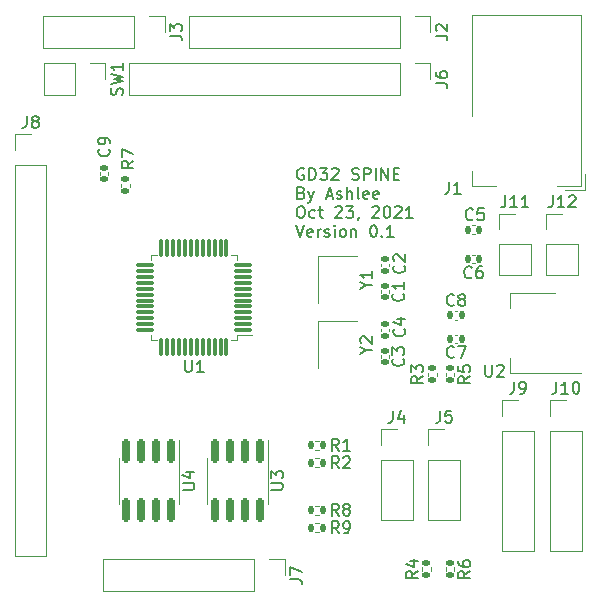
<source format=gto>
%TF.GenerationSoftware,KiCad,Pcbnew,(5.99.0-12896-g1860893d63)*%
%TF.CreationDate,2021-10-23T11:38:25+08:00*%
%TF.ProjectId,GD32_SPINE,47443332-5f53-4504-994e-452e6b696361,rev?*%
%TF.SameCoordinates,Original*%
%TF.FileFunction,Legend,Top*%
%TF.FilePolarity,Positive*%
%FSLAX46Y46*%
G04 Gerber Fmt 4.6, Leading zero omitted, Abs format (unit mm)*
G04 Created by KiCad (PCBNEW (5.99.0-12896-g1860893d63)) date 2021-10-23 11:38:25*
%MOMM*%
%LPD*%
G01*
G04 APERTURE LIST*
G04 Aperture macros list*
%AMRoundRect*
0 Rectangle with rounded corners*
0 $1 Rounding radius*
0 $2 $3 $4 $5 $6 $7 $8 $9 X,Y pos of 4 corners*
0 Add a 4 corners polygon primitive as box body*
4,1,4,$2,$3,$4,$5,$6,$7,$8,$9,$2,$3,0*
0 Add four circle primitives for the rounded corners*
1,1,$1+$1,$2,$3*
1,1,$1+$1,$4,$5*
1,1,$1+$1,$6,$7*
1,1,$1+$1,$8,$9*
0 Add four rect primitives between the rounded corners*
20,1,$1+$1,$2,$3,$4,$5,0*
20,1,$1+$1,$4,$5,$6,$7,0*
20,1,$1+$1,$6,$7,$8,$9,0*
20,1,$1+$1,$8,$9,$2,$3,0*%
G04 Aperture macros list end*
%ADD10C,0.150000*%
%ADD11C,0.120000*%
%ADD12R,1.700000X1.700000*%
%ADD13O,1.700000X1.700000*%
%ADD14RoundRect,0.135000X-0.185000X0.135000X-0.185000X-0.135000X0.185000X-0.135000X0.185000X0.135000X0*%
%ADD15RoundRect,0.140000X-0.170000X0.140000X-0.170000X-0.140000X0.170000X-0.140000X0.170000X0.140000X0*%
%ADD16RoundRect,0.135000X0.185000X-0.135000X0.185000X0.135000X-0.185000X0.135000X-0.185000X-0.135000X0*%
%ADD17RoundRect,0.140000X0.140000X0.170000X-0.140000X0.170000X-0.140000X-0.170000X0.140000X-0.170000X0*%
%ADD18RoundRect,0.150000X-0.150000X0.825000X-0.150000X-0.825000X0.150000X-0.825000X0.150000X0.825000X0*%
%ADD19RoundRect,0.135000X0.135000X0.185000X-0.135000X0.185000X-0.135000X-0.185000X0.135000X-0.185000X0*%
%ADD20R,1.200000X1.400000*%
%ADD21R,2.000000X1.500000*%
%ADD22R,2.000000X3.800000*%
%ADD23RoundRect,0.075000X0.662500X0.075000X-0.662500X0.075000X-0.662500X-0.075000X0.662500X-0.075000X0*%
%ADD24RoundRect,0.075000X0.075000X0.662500X-0.075000X0.662500X-0.075000X-0.662500X0.075000X-0.662500X0*%
%ADD25RoundRect,0.140000X0.170000X-0.140000X0.170000X0.140000X-0.170000X0.140000X-0.170000X-0.140000X0*%
%ADD26R,4.600000X2.000000*%
%ADD27O,4.200000X2.000000*%
%ADD28O,2.000000X4.200000*%
G04 APERTURE END LIST*
D10*
X125109404Y-63585000D02*
X125014166Y-63537380D01*
X124871309Y-63537380D01*
X124728452Y-63585000D01*
X124633214Y-63680238D01*
X124585595Y-63775476D01*
X124537976Y-63965952D01*
X124537976Y-64108809D01*
X124585595Y-64299285D01*
X124633214Y-64394523D01*
X124728452Y-64489761D01*
X124871309Y-64537380D01*
X124966547Y-64537380D01*
X125109404Y-64489761D01*
X125157023Y-64442142D01*
X125157023Y-64108809D01*
X124966547Y-64108809D01*
X125585595Y-64537380D02*
X125585595Y-63537380D01*
X125823690Y-63537380D01*
X125966547Y-63585000D01*
X126061785Y-63680238D01*
X126109404Y-63775476D01*
X126157023Y-63965952D01*
X126157023Y-64108809D01*
X126109404Y-64299285D01*
X126061785Y-64394523D01*
X125966547Y-64489761D01*
X125823690Y-64537380D01*
X125585595Y-64537380D01*
X126490357Y-63537380D02*
X127109404Y-63537380D01*
X126776071Y-63918333D01*
X126918928Y-63918333D01*
X127014166Y-63965952D01*
X127061785Y-64013571D01*
X127109404Y-64108809D01*
X127109404Y-64346904D01*
X127061785Y-64442142D01*
X127014166Y-64489761D01*
X126918928Y-64537380D01*
X126633214Y-64537380D01*
X126537976Y-64489761D01*
X126490357Y-64442142D01*
X127490357Y-63632619D02*
X127537976Y-63585000D01*
X127633214Y-63537380D01*
X127871309Y-63537380D01*
X127966547Y-63585000D01*
X128014166Y-63632619D01*
X128061785Y-63727857D01*
X128061785Y-63823095D01*
X128014166Y-63965952D01*
X127442738Y-64537380D01*
X128061785Y-64537380D01*
X129204642Y-64489761D02*
X129347500Y-64537380D01*
X129585595Y-64537380D01*
X129680833Y-64489761D01*
X129728452Y-64442142D01*
X129776071Y-64346904D01*
X129776071Y-64251666D01*
X129728452Y-64156428D01*
X129680833Y-64108809D01*
X129585595Y-64061190D01*
X129395119Y-64013571D01*
X129299880Y-63965952D01*
X129252261Y-63918333D01*
X129204642Y-63823095D01*
X129204642Y-63727857D01*
X129252261Y-63632619D01*
X129299880Y-63585000D01*
X129395119Y-63537380D01*
X129633214Y-63537380D01*
X129776071Y-63585000D01*
X130204642Y-64537380D02*
X130204642Y-63537380D01*
X130585595Y-63537380D01*
X130680833Y-63585000D01*
X130728452Y-63632619D01*
X130776071Y-63727857D01*
X130776071Y-63870714D01*
X130728452Y-63965952D01*
X130680833Y-64013571D01*
X130585595Y-64061190D01*
X130204642Y-64061190D01*
X131204642Y-64537380D02*
X131204642Y-63537380D01*
X131680833Y-64537380D02*
X131680833Y-63537380D01*
X132252261Y-64537380D01*
X132252261Y-63537380D01*
X132728452Y-64013571D02*
X133061785Y-64013571D01*
X133204642Y-64537380D02*
X132728452Y-64537380D01*
X132728452Y-63537380D01*
X133204642Y-63537380D01*
X124918928Y-65623571D02*
X125061785Y-65671190D01*
X125109404Y-65718809D01*
X125157023Y-65814047D01*
X125157023Y-65956904D01*
X125109404Y-66052142D01*
X125061785Y-66099761D01*
X124966547Y-66147380D01*
X124585595Y-66147380D01*
X124585595Y-65147380D01*
X124918928Y-65147380D01*
X125014166Y-65195000D01*
X125061785Y-65242619D01*
X125109404Y-65337857D01*
X125109404Y-65433095D01*
X125061785Y-65528333D01*
X125014166Y-65575952D01*
X124918928Y-65623571D01*
X124585595Y-65623571D01*
X125490357Y-65480714D02*
X125728452Y-66147380D01*
X125966547Y-65480714D02*
X125728452Y-66147380D01*
X125633214Y-66385476D01*
X125585595Y-66433095D01*
X125490357Y-66480714D01*
X127061785Y-65861666D02*
X127537976Y-65861666D01*
X126966547Y-66147380D02*
X127299880Y-65147380D01*
X127633214Y-66147380D01*
X127918928Y-66099761D02*
X128014166Y-66147380D01*
X128204642Y-66147380D01*
X128299880Y-66099761D01*
X128347500Y-66004523D01*
X128347500Y-65956904D01*
X128299880Y-65861666D01*
X128204642Y-65814047D01*
X128061785Y-65814047D01*
X127966547Y-65766428D01*
X127918928Y-65671190D01*
X127918928Y-65623571D01*
X127966547Y-65528333D01*
X128061785Y-65480714D01*
X128204642Y-65480714D01*
X128299880Y-65528333D01*
X128776071Y-66147380D02*
X128776071Y-65147380D01*
X129204642Y-66147380D02*
X129204642Y-65623571D01*
X129157023Y-65528333D01*
X129061785Y-65480714D01*
X128918928Y-65480714D01*
X128823690Y-65528333D01*
X128776071Y-65575952D01*
X129823690Y-66147380D02*
X129728452Y-66099761D01*
X129680833Y-66004523D01*
X129680833Y-65147380D01*
X130585595Y-66099761D02*
X130490357Y-66147380D01*
X130299880Y-66147380D01*
X130204642Y-66099761D01*
X130157023Y-66004523D01*
X130157023Y-65623571D01*
X130204642Y-65528333D01*
X130299880Y-65480714D01*
X130490357Y-65480714D01*
X130585595Y-65528333D01*
X130633214Y-65623571D01*
X130633214Y-65718809D01*
X130157023Y-65814047D01*
X131442738Y-66099761D02*
X131347500Y-66147380D01*
X131157023Y-66147380D01*
X131061785Y-66099761D01*
X131014166Y-66004523D01*
X131014166Y-65623571D01*
X131061785Y-65528333D01*
X131157023Y-65480714D01*
X131347500Y-65480714D01*
X131442738Y-65528333D01*
X131490357Y-65623571D01*
X131490357Y-65718809D01*
X131014166Y-65814047D01*
X124776071Y-66757380D02*
X124966547Y-66757380D01*
X125061785Y-66805000D01*
X125157023Y-66900238D01*
X125204642Y-67090714D01*
X125204642Y-67424047D01*
X125157023Y-67614523D01*
X125061785Y-67709761D01*
X124966547Y-67757380D01*
X124776071Y-67757380D01*
X124680833Y-67709761D01*
X124585595Y-67614523D01*
X124537976Y-67424047D01*
X124537976Y-67090714D01*
X124585595Y-66900238D01*
X124680833Y-66805000D01*
X124776071Y-66757380D01*
X126061785Y-67709761D02*
X125966547Y-67757380D01*
X125776071Y-67757380D01*
X125680833Y-67709761D01*
X125633214Y-67662142D01*
X125585595Y-67566904D01*
X125585595Y-67281190D01*
X125633214Y-67185952D01*
X125680833Y-67138333D01*
X125776071Y-67090714D01*
X125966547Y-67090714D01*
X126061785Y-67138333D01*
X126347500Y-67090714D02*
X126728452Y-67090714D01*
X126490357Y-66757380D02*
X126490357Y-67614523D01*
X126537976Y-67709761D01*
X126633214Y-67757380D01*
X126728452Y-67757380D01*
X127776071Y-66852619D02*
X127823690Y-66805000D01*
X127918928Y-66757380D01*
X128157023Y-66757380D01*
X128252261Y-66805000D01*
X128299880Y-66852619D01*
X128347500Y-66947857D01*
X128347500Y-67043095D01*
X128299880Y-67185952D01*
X127728452Y-67757380D01*
X128347500Y-67757380D01*
X128680833Y-66757380D02*
X129299880Y-66757380D01*
X128966547Y-67138333D01*
X129109404Y-67138333D01*
X129204642Y-67185952D01*
X129252261Y-67233571D01*
X129299880Y-67328809D01*
X129299880Y-67566904D01*
X129252261Y-67662142D01*
X129204642Y-67709761D01*
X129109404Y-67757380D01*
X128823690Y-67757380D01*
X128728452Y-67709761D01*
X128680833Y-67662142D01*
X129776071Y-67709761D02*
X129776071Y-67757380D01*
X129728452Y-67852619D01*
X129680833Y-67900238D01*
X130918928Y-66852619D02*
X130966547Y-66805000D01*
X131061785Y-66757380D01*
X131299880Y-66757380D01*
X131395119Y-66805000D01*
X131442738Y-66852619D01*
X131490357Y-66947857D01*
X131490357Y-67043095D01*
X131442738Y-67185952D01*
X130871309Y-67757380D01*
X131490357Y-67757380D01*
X132109404Y-66757380D02*
X132204642Y-66757380D01*
X132299880Y-66805000D01*
X132347500Y-66852619D01*
X132395119Y-66947857D01*
X132442738Y-67138333D01*
X132442738Y-67376428D01*
X132395119Y-67566904D01*
X132347500Y-67662142D01*
X132299880Y-67709761D01*
X132204642Y-67757380D01*
X132109404Y-67757380D01*
X132014166Y-67709761D01*
X131966547Y-67662142D01*
X131918928Y-67566904D01*
X131871309Y-67376428D01*
X131871309Y-67138333D01*
X131918928Y-66947857D01*
X131966547Y-66852619D01*
X132014166Y-66805000D01*
X132109404Y-66757380D01*
X132823690Y-66852619D02*
X132871309Y-66805000D01*
X132966547Y-66757380D01*
X133204642Y-66757380D01*
X133299880Y-66805000D01*
X133347500Y-66852619D01*
X133395119Y-66947857D01*
X133395119Y-67043095D01*
X133347500Y-67185952D01*
X132776071Y-67757380D01*
X133395119Y-67757380D01*
X134347500Y-67757380D02*
X133776071Y-67757380D01*
X134061785Y-67757380D02*
X134061785Y-66757380D01*
X133966547Y-66900238D01*
X133871309Y-66995476D01*
X133776071Y-67043095D01*
X124442738Y-68367380D02*
X124776071Y-69367380D01*
X125109404Y-68367380D01*
X125823690Y-69319761D02*
X125728452Y-69367380D01*
X125537976Y-69367380D01*
X125442738Y-69319761D01*
X125395119Y-69224523D01*
X125395119Y-68843571D01*
X125442738Y-68748333D01*
X125537976Y-68700714D01*
X125728452Y-68700714D01*
X125823690Y-68748333D01*
X125871309Y-68843571D01*
X125871309Y-68938809D01*
X125395119Y-69034047D01*
X126299880Y-69367380D02*
X126299880Y-68700714D01*
X126299880Y-68891190D02*
X126347500Y-68795952D01*
X126395119Y-68748333D01*
X126490357Y-68700714D01*
X126585595Y-68700714D01*
X126871309Y-69319761D02*
X126966547Y-69367380D01*
X127157023Y-69367380D01*
X127252261Y-69319761D01*
X127299880Y-69224523D01*
X127299880Y-69176904D01*
X127252261Y-69081666D01*
X127157023Y-69034047D01*
X127014166Y-69034047D01*
X126918928Y-68986428D01*
X126871309Y-68891190D01*
X126871309Y-68843571D01*
X126918928Y-68748333D01*
X127014166Y-68700714D01*
X127157023Y-68700714D01*
X127252261Y-68748333D01*
X127728452Y-69367380D02*
X127728452Y-68700714D01*
X127728452Y-68367380D02*
X127680833Y-68415000D01*
X127728452Y-68462619D01*
X127776071Y-68415000D01*
X127728452Y-68367380D01*
X127728452Y-68462619D01*
X128347500Y-69367380D02*
X128252261Y-69319761D01*
X128204642Y-69272142D01*
X128157023Y-69176904D01*
X128157023Y-68891190D01*
X128204642Y-68795952D01*
X128252261Y-68748333D01*
X128347500Y-68700714D01*
X128490357Y-68700714D01*
X128585595Y-68748333D01*
X128633214Y-68795952D01*
X128680833Y-68891190D01*
X128680833Y-69176904D01*
X128633214Y-69272142D01*
X128585595Y-69319761D01*
X128490357Y-69367380D01*
X128347500Y-69367380D01*
X129109404Y-68700714D02*
X129109404Y-69367380D01*
X129109404Y-68795952D02*
X129157023Y-68748333D01*
X129252261Y-68700714D01*
X129395119Y-68700714D01*
X129490357Y-68748333D01*
X129537976Y-68843571D01*
X129537976Y-69367380D01*
X130966547Y-68367380D02*
X131061785Y-68367380D01*
X131157023Y-68415000D01*
X131204642Y-68462619D01*
X131252261Y-68557857D01*
X131299880Y-68748333D01*
X131299880Y-68986428D01*
X131252261Y-69176904D01*
X131204642Y-69272142D01*
X131157023Y-69319761D01*
X131061785Y-69367380D01*
X130966547Y-69367380D01*
X130871309Y-69319761D01*
X130823690Y-69272142D01*
X130776071Y-69176904D01*
X130728452Y-68986428D01*
X130728452Y-68748333D01*
X130776071Y-68557857D01*
X130823690Y-68462619D01*
X130871309Y-68415000D01*
X130966547Y-68367380D01*
X131728452Y-69272142D02*
X131776071Y-69319761D01*
X131728452Y-69367380D01*
X131680833Y-69319761D01*
X131728452Y-69272142D01*
X131728452Y-69367380D01*
X132728452Y-69367380D02*
X132157023Y-69367380D01*
X132442738Y-69367380D02*
X132442738Y-68367380D01*
X132347500Y-68510238D01*
X132252261Y-68605476D01*
X132157023Y-68653095D01*
%TO.C,J9*%
X142922666Y-81622380D02*
X142922666Y-82336666D01*
X142875047Y-82479523D01*
X142779809Y-82574761D01*
X142636952Y-82622380D01*
X142541714Y-82622380D01*
X143446476Y-82622380D02*
X143636952Y-82622380D01*
X143732190Y-82574761D01*
X143779809Y-82527142D01*
X143875047Y-82384285D01*
X143922666Y-82193809D01*
X143922666Y-81812857D01*
X143875047Y-81717619D01*
X143827428Y-81670000D01*
X143732190Y-81622380D01*
X143541714Y-81622380D01*
X143446476Y-81670000D01*
X143398857Y-81717619D01*
X143351238Y-81812857D01*
X143351238Y-82050952D01*
X143398857Y-82146190D01*
X143446476Y-82193809D01*
X143541714Y-82241428D01*
X143732190Y-82241428D01*
X143827428Y-82193809D01*
X143875047Y-82146190D01*
X143922666Y-82050952D01*
%TO.C,R5*%
X139202380Y-81166666D02*
X138726190Y-81500000D01*
X139202380Y-81738095D02*
X138202380Y-81738095D01*
X138202380Y-81357142D01*
X138250000Y-81261904D01*
X138297619Y-81214285D01*
X138392857Y-81166666D01*
X138535714Y-81166666D01*
X138630952Y-81214285D01*
X138678571Y-81261904D01*
X138726190Y-81357142D01*
X138726190Y-81738095D01*
X138202380Y-80261904D02*
X138202380Y-80738095D01*
X138678571Y-80785714D01*
X138630952Y-80738095D01*
X138583333Y-80642857D01*
X138583333Y-80404761D01*
X138630952Y-80309523D01*
X138678571Y-80261904D01*
X138773809Y-80214285D01*
X139011904Y-80214285D01*
X139107142Y-80261904D01*
X139154761Y-80309523D01*
X139202380Y-80404761D01*
X139202380Y-80642857D01*
X139154761Y-80738095D01*
X139107142Y-80785714D01*
%TO.C,J6*%
X136282380Y-56333333D02*
X136996666Y-56333333D01*
X137139523Y-56380952D01*
X137234761Y-56476190D01*
X137282380Y-56619047D01*
X137282380Y-56714285D01*
X136282380Y-55428571D02*
X136282380Y-55619047D01*
X136330000Y-55714285D01*
X136377619Y-55761904D01*
X136520476Y-55857142D01*
X136710952Y-55904761D01*
X137091904Y-55904761D01*
X137187142Y-55857142D01*
X137234761Y-55809523D01*
X137282380Y-55714285D01*
X137282380Y-55523809D01*
X137234761Y-55428571D01*
X137187142Y-55380952D01*
X137091904Y-55333333D01*
X136853809Y-55333333D01*
X136758571Y-55380952D01*
X136710952Y-55428571D01*
X136663333Y-55523809D01*
X136663333Y-55714285D01*
X136710952Y-55809523D01*
X136758571Y-55857142D01*
X136853809Y-55904761D01*
%TO.C,SW1*%
X109734761Y-57333333D02*
X109782380Y-57190476D01*
X109782380Y-56952380D01*
X109734761Y-56857142D01*
X109687142Y-56809523D01*
X109591904Y-56761904D01*
X109496666Y-56761904D01*
X109401428Y-56809523D01*
X109353809Y-56857142D01*
X109306190Y-56952380D01*
X109258571Y-57142857D01*
X109210952Y-57238095D01*
X109163333Y-57285714D01*
X109068095Y-57333333D01*
X108972857Y-57333333D01*
X108877619Y-57285714D01*
X108830000Y-57238095D01*
X108782380Y-57142857D01*
X108782380Y-56904761D01*
X108830000Y-56761904D01*
X108782380Y-56428571D02*
X109782380Y-56190476D01*
X109068095Y-56000000D01*
X109782380Y-55809523D01*
X108782380Y-55571428D01*
X109782380Y-54666666D02*
X109782380Y-55238095D01*
X109782380Y-54952380D02*
X108782380Y-54952380D01*
X108925238Y-55047619D01*
X109020476Y-55142857D01*
X109068095Y-55238095D01*
%TO.C,C1*%
X133517142Y-74166666D02*
X133564761Y-74214285D01*
X133612380Y-74357142D01*
X133612380Y-74452380D01*
X133564761Y-74595238D01*
X133469523Y-74690476D01*
X133374285Y-74738095D01*
X133183809Y-74785714D01*
X133040952Y-74785714D01*
X132850476Y-74738095D01*
X132755238Y-74690476D01*
X132660000Y-74595238D01*
X132612380Y-74452380D01*
X132612380Y-74357142D01*
X132660000Y-74214285D01*
X132707619Y-74166666D01*
X133612380Y-73214285D02*
X133612380Y-73785714D01*
X133612380Y-73500000D02*
X132612380Y-73500000D01*
X132755238Y-73595238D01*
X132850476Y-73690476D01*
X132898095Y-73785714D01*
%TO.C,R3*%
X135202380Y-81166666D02*
X134726190Y-81500000D01*
X135202380Y-81738095D02*
X134202380Y-81738095D01*
X134202380Y-81357142D01*
X134250000Y-81261904D01*
X134297619Y-81214285D01*
X134392857Y-81166666D01*
X134535714Y-81166666D01*
X134630952Y-81214285D01*
X134678571Y-81261904D01*
X134726190Y-81357142D01*
X134726190Y-81738095D01*
X134202380Y-80833333D02*
X134202380Y-80214285D01*
X134583333Y-80547619D01*
X134583333Y-80404761D01*
X134630952Y-80309523D01*
X134678571Y-80261904D01*
X134773809Y-80214285D01*
X135011904Y-80214285D01*
X135107142Y-80261904D01*
X135154761Y-80309523D01*
X135202380Y-80404761D01*
X135202380Y-80690476D01*
X135154761Y-80785714D01*
X135107142Y-80833333D01*
%TO.C,R7*%
X110702380Y-62916666D02*
X110226190Y-63250000D01*
X110702380Y-63488095D02*
X109702380Y-63488095D01*
X109702380Y-63107142D01*
X109750000Y-63011904D01*
X109797619Y-62964285D01*
X109892857Y-62916666D01*
X110035714Y-62916666D01*
X110130952Y-62964285D01*
X110178571Y-63011904D01*
X110226190Y-63107142D01*
X110226190Y-63488095D01*
X109702380Y-62583333D02*
X109702380Y-61916666D01*
X110702380Y-62345238D01*
%TO.C,J5*%
X136666666Y-84082380D02*
X136666666Y-84796666D01*
X136619047Y-84939523D01*
X136523809Y-85034761D01*
X136380952Y-85082380D01*
X136285714Y-85082380D01*
X137619047Y-84082380D02*
X137142857Y-84082380D01*
X137095238Y-84558571D01*
X137142857Y-84510952D01*
X137238095Y-84463333D01*
X137476190Y-84463333D01*
X137571428Y-84510952D01*
X137619047Y-84558571D01*
X137666666Y-84653809D01*
X137666666Y-84891904D01*
X137619047Y-84987142D01*
X137571428Y-85034761D01*
X137476190Y-85082380D01*
X137238095Y-85082380D01*
X137142857Y-85034761D01*
X137095238Y-84987142D01*
%TO.C,C6*%
X139333333Y-72767142D02*
X139285714Y-72814761D01*
X139142857Y-72862380D01*
X139047619Y-72862380D01*
X138904761Y-72814761D01*
X138809523Y-72719523D01*
X138761904Y-72624285D01*
X138714285Y-72433809D01*
X138714285Y-72290952D01*
X138761904Y-72100476D01*
X138809523Y-72005238D01*
X138904761Y-71910000D01*
X139047619Y-71862380D01*
X139142857Y-71862380D01*
X139285714Y-71910000D01*
X139333333Y-71957619D01*
X140190476Y-71862380D02*
X140000000Y-71862380D01*
X139904761Y-71910000D01*
X139857142Y-71957619D01*
X139761904Y-72100476D01*
X139714285Y-72290952D01*
X139714285Y-72671904D01*
X139761904Y-72767142D01*
X139809523Y-72814761D01*
X139904761Y-72862380D01*
X140095238Y-72862380D01*
X140190476Y-72814761D01*
X140238095Y-72767142D01*
X140285714Y-72671904D01*
X140285714Y-72433809D01*
X140238095Y-72338571D01*
X140190476Y-72290952D01*
X140095238Y-72243333D01*
X139904761Y-72243333D01*
X139809523Y-72290952D01*
X139761904Y-72338571D01*
X139714285Y-72433809D01*
%TO.C,C5*%
X139441169Y-67857142D02*
X139393550Y-67904761D01*
X139250693Y-67952380D01*
X139155455Y-67952380D01*
X139012597Y-67904761D01*
X138917359Y-67809523D01*
X138869740Y-67714285D01*
X138822121Y-67523809D01*
X138822121Y-67380952D01*
X138869740Y-67190476D01*
X138917359Y-67095238D01*
X139012597Y-67000000D01*
X139155455Y-66952380D01*
X139250693Y-66952380D01*
X139393550Y-67000000D01*
X139441169Y-67047619D01*
X140345931Y-66952380D02*
X139869740Y-66952380D01*
X139822121Y-67428571D01*
X139869740Y-67380952D01*
X139964978Y-67333333D01*
X140203074Y-67333333D01*
X140298312Y-67380952D01*
X140345931Y-67428571D01*
X140393550Y-67523809D01*
X140393550Y-67761904D01*
X140345931Y-67857142D01*
X140298312Y-67904761D01*
X140203074Y-67952380D01*
X139964978Y-67952380D01*
X139869740Y-67904761D01*
X139822121Y-67857142D01*
%TO.C,R4*%
X134782380Y-97666666D02*
X134306190Y-98000000D01*
X134782380Y-98238095D02*
X133782380Y-98238095D01*
X133782380Y-97857142D01*
X133830000Y-97761904D01*
X133877619Y-97714285D01*
X133972857Y-97666666D01*
X134115714Y-97666666D01*
X134210952Y-97714285D01*
X134258571Y-97761904D01*
X134306190Y-97857142D01*
X134306190Y-98238095D01*
X134115714Y-96809523D02*
X134782380Y-96809523D01*
X133734761Y-97047619D02*
X134449047Y-97285714D01*
X134449047Y-96666666D01*
%TO.C,C9*%
X108607142Y-61916666D02*
X108654761Y-61964285D01*
X108702380Y-62107142D01*
X108702380Y-62202380D01*
X108654761Y-62345238D01*
X108559523Y-62440476D01*
X108464285Y-62488095D01*
X108273809Y-62535714D01*
X108130952Y-62535714D01*
X107940476Y-62488095D01*
X107845238Y-62440476D01*
X107750000Y-62345238D01*
X107702380Y-62202380D01*
X107702380Y-62107142D01*
X107750000Y-61964285D01*
X107797619Y-61916666D01*
X108702380Y-61440476D02*
X108702380Y-61250000D01*
X108654761Y-61154761D01*
X108607142Y-61107142D01*
X108464285Y-61011904D01*
X108273809Y-60964285D01*
X107892857Y-60964285D01*
X107797619Y-61011904D01*
X107750000Y-61059523D01*
X107702380Y-61154761D01*
X107702380Y-61345238D01*
X107750000Y-61440476D01*
X107797619Y-61488095D01*
X107892857Y-61535714D01*
X108130952Y-61535714D01*
X108226190Y-61488095D01*
X108273809Y-61440476D01*
X108321428Y-61345238D01*
X108321428Y-61154761D01*
X108273809Y-61059523D01*
X108226190Y-61011904D01*
X108130952Y-60964285D01*
%TO.C,U3*%
X122352380Y-90761904D02*
X123161904Y-90761904D01*
X123257142Y-90714285D01*
X123304761Y-90666666D01*
X123352380Y-90571428D01*
X123352380Y-90380952D01*
X123304761Y-90285714D01*
X123257142Y-90238095D01*
X123161904Y-90190476D01*
X122352380Y-90190476D01*
X122352380Y-89809523D02*
X122352380Y-89190476D01*
X122733333Y-89523809D01*
X122733333Y-89380952D01*
X122780952Y-89285714D01*
X122828571Y-89238095D01*
X122923809Y-89190476D01*
X123161904Y-89190476D01*
X123257142Y-89238095D01*
X123304761Y-89285714D01*
X123352380Y-89380952D01*
X123352380Y-89666666D01*
X123304761Y-89761904D01*
X123257142Y-89809523D01*
%TO.C,C3*%
X133517142Y-79666666D02*
X133564761Y-79714285D01*
X133612380Y-79857142D01*
X133612380Y-79952380D01*
X133564761Y-80095238D01*
X133469523Y-80190476D01*
X133374285Y-80238095D01*
X133183809Y-80285714D01*
X133040952Y-80285714D01*
X132850476Y-80238095D01*
X132755238Y-80190476D01*
X132660000Y-80095238D01*
X132612380Y-79952380D01*
X132612380Y-79857142D01*
X132660000Y-79714285D01*
X132707619Y-79666666D01*
X132612380Y-79333333D02*
X132612380Y-78714285D01*
X132993333Y-79047619D01*
X132993333Y-78904761D01*
X133040952Y-78809523D01*
X133088571Y-78761904D01*
X133183809Y-78714285D01*
X133421904Y-78714285D01*
X133517142Y-78761904D01*
X133564761Y-78809523D01*
X133612380Y-78904761D01*
X133612380Y-79190476D01*
X133564761Y-79285714D01*
X133517142Y-79333333D01*
%TO.C,R9*%
X128083333Y-94452380D02*
X127750000Y-93976190D01*
X127511904Y-94452380D02*
X127511904Y-93452380D01*
X127892857Y-93452380D01*
X127988095Y-93500000D01*
X128035714Y-93547619D01*
X128083333Y-93642857D01*
X128083333Y-93785714D01*
X128035714Y-93880952D01*
X127988095Y-93928571D01*
X127892857Y-93976190D01*
X127511904Y-93976190D01*
X128559523Y-94452380D02*
X128750000Y-94452380D01*
X128845238Y-94404761D01*
X128892857Y-94357142D01*
X128988095Y-94214285D01*
X129035714Y-94023809D01*
X129035714Y-93642857D01*
X128988095Y-93547619D01*
X128940476Y-93500000D01*
X128845238Y-93452380D01*
X128654761Y-93452380D01*
X128559523Y-93500000D01*
X128511904Y-93547619D01*
X128464285Y-93642857D01*
X128464285Y-93880952D01*
X128511904Y-93976190D01*
X128559523Y-94023809D01*
X128654761Y-94071428D01*
X128845238Y-94071428D01*
X128940476Y-94023809D01*
X128988095Y-93976190D01*
X129035714Y-93880952D01*
%TO.C,J11*%
X142190476Y-65847380D02*
X142190476Y-66561666D01*
X142142857Y-66704523D01*
X142047619Y-66799761D01*
X141904761Y-66847380D01*
X141809523Y-66847380D01*
X143190476Y-66847380D02*
X142619047Y-66847380D01*
X142904761Y-66847380D02*
X142904761Y-65847380D01*
X142809523Y-65990238D01*
X142714285Y-66085476D01*
X142619047Y-66133095D01*
X144142857Y-66847380D02*
X143571428Y-66847380D01*
X143857142Y-66847380D02*
X143857142Y-65847380D01*
X143761904Y-65990238D01*
X143666666Y-66085476D01*
X143571428Y-66133095D01*
%TO.C,U4*%
X114852380Y-90761904D02*
X115661904Y-90761904D01*
X115757142Y-90714285D01*
X115804761Y-90666666D01*
X115852380Y-90571428D01*
X115852380Y-90380952D01*
X115804761Y-90285714D01*
X115757142Y-90238095D01*
X115661904Y-90190476D01*
X114852380Y-90190476D01*
X115185714Y-89285714D02*
X115852380Y-89285714D01*
X114804761Y-89523809D02*
X115519047Y-89761904D01*
X115519047Y-89142857D01*
%TO.C,Y1*%
X130426190Y-73476190D02*
X130902380Y-73476190D01*
X129902380Y-73809523D02*
X130426190Y-73476190D01*
X129902380Y-73142857D01*
X130902380Y-72285714D02*
X130902380Y-72857142D01*
X130902380Y-72571428D02*
X129902380Y-72571428D01*
X130045238Y-72666666D01*
X130140476Y-72761904D01*
X130188095Y-72857142D01*
%TO.C,J12*%
X146190476Y-65847380D02*
X146190476Y-66561666D01*
X146142857Y-66704523D01*
X146047619Y-66799761D01*
X145904761Y-66847380D01*
X145809523Y-66847380D01*
X147190476Y-66847380D02*
X146619047Y-66847380D01*
X146904761Y-66847380D02*
X146904761Y-65847380D01*
X146809523Y-65990238D01*
X146714285Y-66085476D01*
X146619047Y-66133095D01*
X147571428Y-65942619D02*
X147619047Y-65895000D01*
X147714285Y-65847380D01*
X147952380Y-65847380D01*
X148047619Y-65895000D01*
X148095238Y-65942619D01*
X148142857Y-66037857D01*
X148142857Y-66133095D01*
X148095238Y-66275952D01*
X147523809Y-66847380D01*
X148142857Y-66847380D01*
%TO.C,J3*%
X113782380Y-52333333D02*
X114496666Y-52333333D01*
X114639523Y-52380952D01*
X114734761Y-52476190D01*
X114782380Y-52619047D01*
X114782380Y-52714285D01*
X113782380Y-51952380D02*
X113782380Y-51333333D01*
X114163333Y-51666666D01*
X114163333Y-51523809D01*
X114210952Y-51428571D01*
X114258571Y-51380952D01*
X114353809Y-51333333D01*
X114591904Y-51333333D01*
X114687142Y-51380952D01*
X114734761Y-51428571D01*
X114782380Y-51523809D01*
X114782380Y-51809523D01*
X114734761Y-51904761D01*
X114687142Y-51952380D01*
%TO.C,R1*%
X128083333Y-87452380D02*
X127750000Y-86976190D01*
X127511904Y-87452380D02*
X127511904Y-86452380D01*
X127892857Y-86452380D01*
X127988095Y-86500000D01*
X128035714Y-86547619D01*
X128083333Y-86642857D01*
X128083333Y-86785714D01*
X128035714Y-86880952D01*
X127988095Y-86928571D01*
X127892857Y-86976190D01*
X127511904Y-86976190D01*
X129035714Y-87452380D02*
X128464285Y-87452380D01*
X128750000Y-87452380D02*
X128750000Y-86452380D01*
X128654761Y-86595238D01*
X128559523Y-86690476D01*
X128464285Y-86738095D01*
%TO.C,U2*%
X140488095Y-80202380D02*
X140488095Y-81011904D01*
X140535714Y-81107142D01*
X140583333Y-81154761D01*
X140678571Y-81202380D01*
X140869047Y-81202380D01*
X140964285Y-81154761D01*
X141011904Y-81107142D01*
X141059523Y-81011904D01*
X141059523Y-80202380D01*
X141488095Y-80297619D02*
X141535714Y-80250000D01*
X141630952Y-80202380D01*
X141869047Y-80202380D01*
X141964285Y-80250000D01*
X142011904Y-80297619D01*
X142059523Y-80392857D01*
X142059523Y-80488095D01*
X142011904Y-80630952D01*
X141440476Y-81202380D01*
X142059523Y-81202380D01*
%TO.C,C8*%
X137833333Y-75107142D02*
X137785714Y-75154761D01*
X137642857Y-75202380D01*
X137547619Y-75202380D01*
X137404761Y-75154761D01*
X137309523Y-75059523D01*
X137261904Y-74964285D01*
X137214285Y-74773809D01*
X137214285Y-74630952D01*
X137261904Y-74440476D01*
X137309523Y-74345238D01*
X137404761Y-74250000D01*
X137547619Y-74202380D01*
X137642857Y-74202380D01*
X137785714Y-74250000D01*
X137833333Y-74297619D01*
X138404761Y-74630952D02*
X138309523Y-74583333D01*
X138261904Y-74535714D01*
X138214285Y-74440476D01*
X138214285Y-74392857D01*
X138261904Y-74297619D01*
X138309523Y-74250000D01*
X138404761Y-74202380D01*
X138595238Y-74202380D01*
X138690476Y-74250000D01*
X138738095Y-74297619D01*
X138785714Y-74392857D01*
X138785714Y-74440476D01*
X138738095Y-74535714D01*
X138690476Y-74583333D01*
X138595238Y-74630952D01*
X138404761Y-74630952D01*
X138309523Y-74678571D01*
X138261904Y-74726190D01*
X138214285Y-74821428D01*
X138214285Y-75011904D01*
X138261904Y-75107142D01*
X138309523Y-75154761D01*
X138404761Y-75202380D01*
X138595238Y-75202380D01*
X138690476Y-75154761D01*
X138738095Y-75107142D01*
X138785714Y-75011904D01*
X138785714Y-74821428D01*
X138738095Y-74726190D01*
X138690476Y-74678571D01*
X138595238Y-74630952D01*
%TO.C,C7*%
X137833333Y-79517142D02*
X137785714Y-79564761D01*
X137642857Y-79612380D01*
X137547619Y-79612380D01*
X137404761Y-79564761D01*
X137309523Y-79469523D01*
X137261904Y-79374285D01*
X137214285Y-79183809D01*
X137214285Y-79040952D01*
X137261904Y-78850476D01*
X137309523Y-78755238D01*
X137404761Y-78660000D01*
X137547619Y-78612380D01*
X137642857Y-78612380D01*
X137785714Y-78660000D01*
X137833333Y-78707619D01*
X138166666Y-78612380D02*
X138833333Y-78612380D01*
X138404761Y-79612380D01*
%TO.C,U1*%
X115062095Y-79802380D02*
X115062095Y-80611904D01*
X115109714Y-80707142D01*
X115157333Y-80754761D01*
X115252571Y-80802380D01*
X115443047Y-80802380D01*
X115538285Y-80754761D01*
X115585904Y-80707142D01*
X115633523Y-80611904D01*
X115633523Y-79802380D01*
X116633523Y-80802380D02*
X116062095Y-80802380D01*
X116347809Y-80802380D02*
X116347809Y-79802380D01*
X116252571Y-79945238D01*
X116157333Y-80040476D01*
X116062095Y-80088095D01*
%TO.C,J10*%
X146510476Y-81622380D02*
X146510476Y-82336666D01*
X146462857Y-82479523D01*
X146367619Y-82574761D01*
X146224761Y-82622380D01*
X146129523Y-82622380D01*
X147510476Y-82622380D02*
X146939047Y-82622380D01*
X147224761Y-82622380D02*
X147224761Y-81622380D01*
X147129523Y-81765238D01*
X147034285Y-81860476D01*
X146939047Y-81908095D01*
X148129523Y-81622380D02*
X148224761Y-81622380D01*
X148320000Y-81670000D01*
X148367619Y-81717619D01*
X148415238Y-81812857D01*
X148462857Y-82003333D01*
X148462857Y-82241428D01*
X148415238Y-82431904D01*
X148367619Y-82527142D01*
X148320000Y-82574761D01*
X148224761Y-82622380D01*
X148129523Y-82622380D01*
X148034285Y-82574761D01*
X147986666Y-82527142D01*
X147939047Y-82431904D01*
X147891428Y-82241428D01*
X147891428Y-82003333D01*
X147939047Y-81812857D01*
X147986666Y-81717619D01*
X148034285Y-81670000D01*
X148129523Y-81622380D01*
%TO.C,C4*%
X133607142Y-77166666D02*
X133654761Y-77214285D01*
X133702380Y-77357142D01*
X133702380Y-77452380D01*
X133654761Y-77595238D01*
X133559523Y-77690476D01*
X133464285Y-77738095D01*
X133273809Y-77785714D01*
X133130952Y-77785714D01*
X132940476Y-77738095D01*
X132845238Y-77690476D01*
X132750000Y-77595238D01*
X132702380Y-77452380D01*
X132702380Y-77357142D01*
X132750000Y-77214285D01*
X132797619Y-77166666D01*
X133035714Y-76309523D02*
X133702380Y-76309523D01*
X132654761Y-76547619D02*
X133369047Y-76785714D01*
X133369047Y-76166666D01*
%TO.C,R6*%
X139202380Y-97666666D02*
X138726190Y-98000000D01*
X139202380Y-98238095D02*
X138202380Y-98238095D01*
X138202380Y-97857142D01*
X138250000Y-97761904D01*
X138297619Y-97714285D01*
X138392857Y-97666666D01*
X138535714Y-97666666D01*
X138630952Y-97714285D01*
X138678571Y-97761904D01*
X138726190Y-97857142D01*
X138726190Y-98238095D01*
X138202380Y-96809523D02*
X138202380Y-97000000D01*
X138250000Y-97095238D01*
X138297619Y-97142857D01*
X138440476Y-97238095D01*
X138630952Y-97285714D01*
X139011904Y-97285714D01*
X139107142Y-97238095D01*
X139154761Y-97190476D01*
X139202380Y-97095238D01*
X139202380Y-96904761D01*
X139154761Y-96809523D01*
X139107142Y-96761904D01*
X139011904Y-96714285D01*
X138773809Y-96714285D01*
X138678571Y-96761904D01*
X138630952Y-96809523D01*
X138583333Y-96904761D01*
X138583333Y-97095238D01*
X138630952Y-97190476D01*
X138678571Y-97238095D01*
X138773809Y-97285714D01*
%TO.C,Y2*%
X130426190Y-78976190D02*
X130902380Y-78976190D01*
X129902380Y-79309523D02*
X130426190Y-78976190D01*
X129902380Y-78642857D01*
X129997619Y-78357142D02*
X129950000Y-78309523D01*
X129902380Y-78214285D01*
X129902380Y-77976190D01*
X129950000Y-77880952D01*
X129997619Y-77833333D01*
X130092857Y-77785714D01*
X130188095Y-77785714D01*
X130330952Y-77833333D01*
X130902380Y-78404761D01*
X130902380Y-77785714D01*
%TO.C,C2*%
X133607142Y-71788830D02*
X133654761Y-71836449D01*
X133702380Y-71979306D01*
X133702380Y-72074544D01*
X133654761Y-72217402D01*
X133559523Y-72312640D01*
X133464285Y-72360259D01*
X133273809Y-72407878D01*
X133130952Y-72407878D01*
X132940476Y-72360259D01*
X132845238Y-72312640D01*
X132750000Y-72217402D01*
X132702380Y-72074544D01*
X132702380Y-71979306D01*
X132750000Y-71836449D01*
X132797619Y-71788830D01*
X132797619Y-71407878D02*
X132750000Y-71360259D01*
X132702380Y-71265021D01*
X132702380Y-71026925D01*
X132750000Y-70931687D01*
X132797619Y-70884068D01*
X132892857Y-70836449D01*
X132988095Y-70836449D01*
X133130952Y-70884068D01*
X133702380Y-71455497D01*
X133702380Y-70836449D01*
%TO.C,R2*%
X128083333Y-88952380D02*
X127750000Y-88476190D01*
X127511904Y-88952380D02*
X127511904Y-87952380D01*
X127892857Y-87952380D01*
X127988095Y-88000000D01*
X128035714Y-88047619D01*
X128083333Y-88142857D01*
X128083333Y-88285714D01*
X128035714Y-88380952D01*
X127988095Y-88428571D01*
X127892857Y-88476190D01*
X127511904Y-88476190D01*
X128464285Y-88047619D02*
X128511904Y-88000000D01*
X128607142Y-87952380D01*
X128845238Y-87952380D01*
X128940476Y-88000000D01*
X128988095Y-88047619D01*
X129035714Y-88142857D01*
X129035714Y-88238095D01*
X128988095Y-88380952D01*
X128416666Y-88952380D01*
X129035714Y-88952380D01*
%TO.C,J4*%
X132666666Y-84082380D02*
X132666666Y-84796666D01*
X132619047Y-84939523D01*
X132523809Y-85034761D01*
X132380952Y-85082380D01*
X132285714Y-85082380D01*
X133571428Y-84415714D02*
X133571428Y-85082380D01*
X133333333Y-84034761D02*
X133095238Y-84749047D01*
X133714285Y-84749047D01*
%TO.C,J7*%
X123956380Y-98333333D02*
X124670666Y-98333333D01*
X124813523Y-98380952D01*
X124908761Y-98476190D01*
X124956380Y-98619047D01*
X124956380Y-98714285D01*
X123956380Y-97952380D02*
X123956380Y-97285714D01*
X124956380Y-97714285D01*
%TO.C,J1*%
X137416666Y-64702380D02*
X137416666Y-65416666D01*
X137369047Y-65559523D01*
X137273809Y-65654761D01*
X137130952Y-65702380D01*
X137035714Y-65702380D01*
X138416666Y-65702380D02*
X137845238Y-65702380D01*
X138130952Y-65702380D02*
X138130952Y-64702380D01*
X138035714Y-64845238D01*
X137940476Y-64940476D01*
X137845238Y-64988095D01*
%TO.C,J8*%
X101666666Y-59122380D02*
X101666666Y-59836666D01*
X101619047Y-59979523D01*
X101523809Y-60074761D01*
X101380952Y-60122380D01*
X101285714Y-60122380D01*
X102285714Y-59550952D02*
X102190476Y-59503333D01*
X102142857Y-59455714D01*
X102095238Y-59360476D01*
X102095238Y-59312857D01*
X102142857Y-59217619D01*
X102190476Y-59170000D01*
X102285714Y-59122380D01*
X102476190Y-59122380D01*
X102571428Y-59170000D01*
X102619047Y-59217619D01*
X102666666Y-59312857D01*
X102666666Y-59360476D01*
X102619047Y-59455714D01*
X102571428Y-59503333D01*
X102476190Y-59550952D01*
X102285714Y-59550952D01*
X102190476Y-59598571D01*
X102142857Y-59646190D01*
X102095238Y-59741428D01*
X102095238Y-59931904D01*
X102142857Y-60027142D01*
X102190476Y-60074761D01*
X102285714Y-60122380D01*
X102476190Y-60122380D01*
X102571428Y-60074761D01*
X102619047Y-60027142D01*
X102666666Y-59931904D01*
X102666666Y-59741428D01*
X102619047Y-59646190D01*
X102571428Y-59598571D01*
X102476190Y-59550952D01*
%TO.C,R8*%
X128083333Y-92952380D02*
X127750000Y-92476190D01*
X127511904Y-92952380D02*
X127511904Y-91952380D01*
X127892857Y-91952380D01*
X127988095Y-92000000D01*
X128035714Y-92047619D01*
X128083333Y-92142857D01*
X128083333Y-92285714D01*
X128035714Y-92380952D01*
X127988095Y-92428571D01*
X127892857Y-92476190D01*
X127511904Y-92476190D01*
X128654761Y-92380952D02*
X128559523Y-92333333D01*
X128511904Y-92285714D01*
X128464285Y-92190476D01*
X128464285Y-92142857D01*
X128511904Y-92047619D01*
X128559523Y-92000000D01*
X128654761Y-91952380D01*
X128845238Y-91952380D01*
X128940476Y-92000000D01*
X128988095Y-92047619D01*
X129035714Y-92142857D01*
X129035714Y-92190476D01*
X128988095Y-92285714D01*
X128940476Y-92333333D01*
X128845238Y-92380952D01*
X128654761Y-92380952D01*
X128559523Y-92428571D01*
X128511904Y-92476190D01*
X128464285Y-92571428D01*
X128464285Y-92761904D01*
X128511904Y-92857142D01*
X128559523Y-92904761D01*
X128654761Y-92952380D01*
X128845238Y-92952380D01*
X128940476Y-92904761D01*
X128988095Y-92857142D01*
X129035714Y-92761904D01*
X129035714Y-92571428D01*
X128988095Y-92476190D01*
X128940476Y-92428571D01*
X128845238Y-92380952D01*
%TO.C,J2*%
X136282380Y-52333333D02*
X136996666Y-52333333D01*
X137139523Y-52380952D01*
X137234761Y-52476190D01*
X137282380Y-52619047D01*
X137282380Y-52714285D01*
X136377619Y-51904761D02*
X136330000Y-51857142D01*
X136282380Y-51761904D01*
X136282380Y-51523809D01*
X136330000Y-51428571D01*
X136377619Y-51380952D01*
X136472857Y-51333333D01*
X136568095Y-51333333D01*
X136710952Y-51380952D01*
X137282380Y-51952380D01*
X137282380Y-51333333D01*
D11*
%TO.C,J9*%
X141926000Y-85770000D02*
X144586000Y-85770000D01*
X141926000Y-83170000D02*
X143256000Y-83170000D01*
X144586000Y-85770000D02*
X144586000Y-95990000D01*
X141926000Y-84500000D02*
X141926000Y-83170000D01*
X141926000Y-95990000D02*
X144586000Y-95990000D01*
X141926000Y-85770000D02*
X141926000Y-95990000D01*
%TO.C,R5*%
X137880000Y-80846359D02*
X137880000Y-81153641D01*
X137120000Y-80846359D02*
X137120000Y-81153641D01*
%TO.C,J6*%
X133230000Y-54670000D02*
X110310000Y-54670000D01*
X133230000Y-57330000D02*
X110310000Y-57330000D01*
X110310000Y-54670000D02*
X110310000Y-57330000D01*
X135830000Y-54670000D02*
X135830000Y-56000000D01*
X134500000Y-54670000D02*
X135830000Y-54670000D01*
X133230000Y-54670000D02*
X133230000Y-57330000D01*
%TO.C,SW1*%
X103130000Y-54670000D02*
X103130000Y-57330000D01*
X105730000Y-57330000D02*
X103130000Y-57330000D01*
X108330000Y-54670000D02*
X108330000Y-56000000D01*
X105730000Y-54670000D02*
X105730000Y-57330000D01*
X105730000Y-54670000D02*
X103130000Y-54670000D01*
X107000000Y-54670000D02*
X108330000Y-54670000D01*
%TO.C,C1*%
X131640000Y-73892164D02*
X131640000Y-74107836D01*
X132360000Y-73892164D02*
X132360000Y-74107836D01*
%TO.C,R3*%
X136380000Y-80846359D02*
X136380000Y-81153641D01*
X135620000Y-80846359D02*
X135620000Y-81153641D01*
%TO.C,R7*%
X110380000Y-65153641D02*
X110380000Y-64846359D01*
X109620000Y-65153641D02*
X109620000Y-64846359D01*
%TO.C,J5*%
X135670000Y-88230000D02*
X135670000Y-93370000D01*
X135670000Y-88230000D02*
X138330000Y-88230000D01*
X135670000Y-86960000D02*
X135670000Y-85630000D01*
X138330000Y-88230000D02*
X138330000Y-93370000D01*
X135670000Y-93370000D02*
X138330000Y-93370000D01*
X135670000Y-85630000D02*
X137000000Y-85630000D01*
%TO.C,C6*%
X139607836Y-71610000D02*
X139392164Y-71610000D01*
X139607836Y-70890000D02*
X139392164Y-70890000D01*
%TO.C,C5*%
X139607836Y-68390000D02*
X139392164Y-68390000D01*
X139607836Y-69110000D02*
X139392164Y-69110000D01*
%TO.C,R4*%
X135120000Y-97653641D02*
X135120000Y-97346359D01*
X135880000Y-97653641D02*
X135880000Y-97346359D01*
%TO.C,C9*%
X107840000Y-63892164D02*
X107840000Y-64107836D01*
X108560000Y-63892164D02*
X108560000Y-64107836D01*
%TO.C,U3*%
X116940000Y-90000000D02*
X116940000Y-91950000D01*
X116940000Y-90000000D02*
X116940000Y-88050000D01*
X122060000Y-90000000D02*
X122060000Y-86550000D01*
X122060000Y-90000000D02*
X122060000Y-91950000D01*
%TO.C,C3*%
X132360000Y-79392164D02*
X132360000Y-79607836D01*
X131640000Y-79392164D02*
X131640000Y-79607836D01*
%TO.C,R9*%
X126403641Y-94380000D02*
X126096359Y-94380000D01*
X126403641Y-93620000D02*
X126096359Y-93620000D01*
%TO.C,J11*%
X141670000Y-69995000D02*
X144330000Y-69995000D01*
X141670000Y-69995000D02*
X141670000Y-72595000D01*
X141670000Y-72595000D02*
X144330000Y-72595000D01*
X144330000Y-69995000D02*
X144330000Y-72595000D01*
X141670000Y-67395000D02*
X143000000Y-67395000D01*
X141670000Y-68725000D02*
X141670000Y-67395000D01*
%TO.C,U4*%
X114560000Y-90000000D02*
X114560000Y-91950000D01*
X109440000Y-90000000D02*
X109440000Y-91950000D01*
X114560000Y-90000000D02*
X114560000Y-86550000D01*
X109440000Y-90000000D02*
X109440000Y-88050000D01*
%TO.C,Y1*%
X126350000Y-71000000D02*
X126350000Y-75000000D01*
X129650000Y-71000000D02*
X126350000Y-71000000D01*
%TO.C,J12*%
X148330000Y-69995000D02*
X148330000Y-72595000D01*
X145670000Y-69995000D02*
X145670000Y-72595000D01*
X145670000Y-67395000D02*
X147000000Y-67395000D01*
X145670000Y-72595000D02*
X148330000Y-72595000D01*
X145670000Y-68725000D02*
X145670000Y-67395000D01*
X145670000Y-69995000D02*
X148330000Y-69995000D01*
%TO.C,J3*%
X110730000Y-50670000D02*
X103050000Y-50670000D01*
X110730000Y-53330000D02*
X103050000Y-53330000D01*
X112000000Y-50670000D02*
X113330000Y-50670000D01*
X110730000Y-50670000D02*
X110730000Y-53330000D01*
X103050000Y-50670000D02*
X103050000Y-53330000D01*
X113330000Y-50670000D02*
X113330000Y-52000000D01*
%TO.C,R1*%
X126403641Y-86620000D02*
X126096359Y-86620000D01*
X126403641Y-87380000D02*
X126096359Y-87380000D01*
%TO.C,U2*%
X148600000Y-80910000D02*
X142590000Y-80910000D01*
X146350000Y-74090000D02*
X142590000Y-74090000D01*
X142590000Y-74090000D02*
X142590000Y-75350000D01*
X142590000Y-80910000D02*
X142590000Y-79650000D01*
%TO.C,C8*%
X138107836Y-75640000D02*
X137892164Y-75640000D01*
X138107836Y-76360000D02*
X137892164Y-76360000D01*
%TO.C,C7*%
X138107836Y-78360000D02*
X137892164Y-78360000D01*
X138107836Y-77640000D02*
X137892164Y-77640000D01*
%TO.C,U1*%
X112214000Y-78110000D02*
X112214000Y-77660000D01*
X112214000Y-70890000D02*
X112214000Y-71340000D01*
X118984000Y-70890000D02*
X119434000Y-70890000D01*
X112664000Y-70890000D02*
X112214000Y-70890000D01*
X119434000Y-70890000D02*
X119434000Y-71340000D01*
X112664000Y-78110000D02*
X112214000Y-78110000D01*
X119434000Y-78110000D02*
X119434000Y-77660000D01*
X118984000Y-78110000D02*
X119434000Y-78110000D01*
X119434000Y-77660000D02*
X120724000Y-77660000D01*
%TO.C,J10*%
X148650000Y-85770000D02*
X148650000Y-95990000D01*
X145990000Y-83170000D02*
X147320000Y-83170000D01*
X145990000Y-85770000D02*
X148650000Y-85770000D01*
X145990000Y-84500000D02*
X145990000Y-83170000D01*
X145990000Y-95990000D02*
X148650000Y-95990000D01*
X145990000Y-85770000D02*
X145990000Y-95990000D01*
%TO.C,C4*%
X132360000Y-77357836D02*
X132360000Y-77142164D01*
X131640000Y-77357836D02*
X131640000Y-77142164D01*
%TO.C,R6*%
X137880000Y-97653641D02*
X137880000Y-97346359D01*
X137120000Y-97653641D02*
X137120000Y-97346359D01*
%TO.C,Y2*%
X126350000Y-76500000D02*
X126350000Y-80500000D01*
X129650000Y-76500000D02*
X126350000Y-76500000D01*
%TO.C,C2*%
X131640000Y-71837836D02*
X131640000Y-71622164D01*
X132360000Y-71837836D02*
X132360000Y-71622164D01*
%TO.C,R2*%
X126403641Y-88880000D02*
X126096359Y-88880000D01*
X126403641Y-88120000D02*
X126096359Y-88120000D01*
%TO.C,J4*%
X131670000Y-86960000D02*
X131670000Y-85630000D01*
X131670000Y-85630000D02*
X133000000Y-85630000D01*
X131670000Y-88230000D02*
X131670000Y-93370000D01*
X134330000Y-88230000D02*
X134330000Y-93370000D01*
X131670000Y-93370000D02*
X134330000Y-93370000D01*
X131670000Y-88230000D02*
X134330000Y-88230000D01*
%TO.C,J7*%
X123504000Y-96670000D02*
X123504000Y-98000000D01*
X120904000Y-96670000D02*
X108144000Y-96670000D01*
X108144000Y-96670000D02*
X108144000Y-99330000D01*
X122174000Y-96670000D02*
X123504000Y-96670000D01*
X120904000Y-99330000D02*
X108144000Y-99330000D01*
X120904000Y-96670000D02*
X120904000Y-99330000D01*
%TO.C,J1*%
X139400000Y-65050000D02*
X139400000Y-63750000D01*
X139400000Y-50550000D02*
X148600000Y-50550000D01*
X139400000Y-59150000D02*
X139400000Y-50550000D01*
X141400000Y-65050000D02*
X139400000Y-65050000D01*
X148600000Y-65050000D02*
X146600000Y-65050000D01*
X148900000Y-65350000D02*
X148900000Y-64050000D01*
X147200000Y-65350000D02*
X148900000Y-65350000D01*
X148600000Y-50550000D02*
X148600000Y-65050000D01*
%TO.C,J8*%
X100670000Y-63270000D02*
X103330000Y-63270000D01*
X103330000Y-63270000D02*
X103330000Y-96350000D01*
X100670000Y-62000000D02*
X100670000Y-60670000D01*
X100670000Y-60670000D02*
X102000000Y-60670000D01*
X100670000Y-96350000D02*
X103330000Y-96350000D01*
X100670000Y-63270000D02*
X100670000Y-96350000D01*
%TO.C,R8*%
X126403641Y-92880000D02*
X126096359Y-92880000D01*
X126403641Y-92120000D02*
X126096359Y-92120000D01*
%TO.C,J2*%
X133230000Y-50670000D02*
X115390000Y-50670000D01*
X135830000Y-50670000D02*
X135830000Y-52000000D01*
X133230000Y-53330000D02*
X115390000Y-53330000D01*
X115390000Y-50670000D02*
X115390000Y-53330000D01*
X133230000Y-50670000D02*
X133230000Y-53330000D01*
X134500000Y-50670000D02*
X135830000Y-50670000D01*
%TD*%
%LPC*%
D12*
%TO.C,J9*%
X143256000Y-84500000D03*
D13*
X143256000Y-87040000D03*
X143256000Y-89580000D03*
X143256000Y-92120000D03*
X143256000Y-94660000D03*
%TD*%
D14*
%TO.C,R5*%
X137500000Y-80490000D03*
X137500000Y-81510000D03*
%TD*%
D12*
%TO.C,J6*%
X134500000Y-56000000D03*
D13*
X131960000Y-56000000D03*
X129420000Y-56000000D03*
X126880000Y-56000000D03*
X124340000Y-56000000D03*
X121800000Y-56000000D03*
X119260000Y-56000000D03*
X116720000Y-56000000D03*
X114180000Y-56000000D03*
X111640000Y-56000000D03*
%TD*%
D12*
%TO.C,SW1*%
X107000000Y-56000000D03*
D13*
X104460000Y-56000000D03*
%TD*%
D15*
%TO.C,C1*%
X132000000Y-73520000D03*
X132000000Y-74480000D03*
%TD*%
D14*
%TO.C,R3*%
X136000000Y-80490000D03*
X136000000Y-81510000D03*
%TD*%
D16*
%TO.C,R7*%
X110000000Y-65510000D03*
X110000000Y-64490000D03*
%TD*%
D12*
%TO.C,J5*%
X137000000Y-86960000D03*
D13*
X137000000Y-89500000D03*
X137000000Y-92040000D03*
%TD*%
D17*
%TO.C,C6*%
X139980000Y-71250000D03*
X139020000Y-71250000D03*
%TD*%
%TO.C,C5*%
X139980000Y-68750000D03*
X139020000Y-68750000D03*
%TD*%
D16*
%TO.C,R4*%
X135500000Y-98010000D03*
X135500000Y-96990000D03*
%TD*%
D15*
%TO.C,C9*%
X108200000Y-63520000D03*
X108200000Y-64480000D03*
%TD*%
D18*
%TO.C,U3*%
X121405000Y-87525000D03*
X120135000Y-87525000D03*
X118865000Y-87525000D03*
X117595000Y-87525000D03*
X117595000Y-92475000D03*
X118865000Y-92475000D03*
X120135000Y-92475000D03*
X121405000Y-92475000D03*
%TD*%
D15*
%TO.C,C3*%
X132000000Y-79020000D03*
X132000000Y-79980000D03*
%TD*%
D19*
%TO.C,R9*%
X126760000Y-94000000D03*
X125740000Y-94000000D03*
%TD*%
D12*
%TO.C,J11*%
X143000000Y-68725000D03*
D13*
X143000000Y-71265000D03*
%TD*%
D18*
%TO.C,U4*%
X113905000Y-87525000D03*
X112635000Y-87525000D03*
X111365000Y-87525000D03*
X110095000Y-87525000D03*
X110095000Y-92475000D03*
X111365000Y-92475000D03*
X112635000Y-92475000D03*
X113905000Y-92475000D03*
%TD*%
D20*
%TO.C,Y1*%
X127150000Y-71900000D03*
X127150000Y-74100000D03*
X128850000Y-74100000D03*
X128850000Y-71900000D03*
%TD*%
D12*
%TO.C,J12*%
X147000000Y-68725000D03*
D13*
X147000000Y-71265000D03*
%TD*%
D12*
%TO.C,J3*%
X112000000Y-52000000D03*
D13*
X109460000Y-52000000D03*
X106920000Y-52000000D03*
X104380000Y-52000000D03*
%TD*%
D19*
%TO.C,R1*%
X126760000Y-87000000D03*
X125740000Y-87000000D03*
%TD*%
D21*
%TO.C,U2*%
X147650000Y-79800000D03*
D22*
X141350000Y-77500000D03*
D21*
X147650000Y-77500000D03*
X147650000Y-75200000D03*
%TD*%
D17*
%TO.C,C8*%
X138480000Y-76000000D03*
X137520000Y-76000000D03*
%TD*%
%TO.C,C7*%
X138480000Y-78000000D03*
X137520000Y-78000000D03*
%TD*%
D23*
%TO.C,U1*%
X119986500Y-77250000D03*
X119986500Y-76750000D03*
X119986500Y-76250000D03*
X119986500Y-75750000D03*
X119986500Y-75250000D03*
X119986500Y-74750000D03*
X119986500Y-74250000D03*
X119986500Y-73750000D03*
X119986500Y-73250000D03*
X119986500Y-72750000D03*
X119986500Y-72250000D03*
X119986500Y-71750000D03*
D24*
X118574000Y-70337500D03*
X118074000Y-70337500D03*
X117574000Y-70337500D03*
X117074000Y-70337500D03*
X116574000Y-70337500D03*
X116074000Y-70337500D03*
X115574000Y-70337500D03*
X115074000Y-70337500D03*
X114574000Y-70337500D03*
X114074000Y-70337500D03*
X113574000Y-70337500D03*
X113074000Y-70337500D03*
D23*
X111661500Y-71750000D03*
X111661500Y-72250000D03*
X111661500Y-72750000D03*
X111661500Y-73250000D03*
X111661500Y-73750000D03*
X111661500Y-74250000D03*
X111661500Y-74750000D03*
X111661500Y-75250000D03*
X111661500Y-75750000D03*
X111661500Y-76250000D03*
X111661500Y-76750000D03*
X111661500Y-77250000D03*
D24*
X113074000Y-78662500D03*
X113574000Y-78662500D03*
X114074000Y-78662500D03*
X114574000Y-78662500D03*
X115074000Y-78662500D03*
X115574000Y-78662500D03*
X116074000Y-78662500D03*
X116574000Y-78662500D03*
X117074000Y-78662500D03*
X117574000Y-78662500D03*
X118074000Y-78662500D03*
X118574000Y-78662500D03*
%TD*%
D12*
%TO.C,J10*%
X147320000Y-84500000D03*
D13*
X147320000Y-87040000D03*
X147320000Y-89580000D03*
X147320000Y-92120000D03*
X147320000Y-94660000D03*
%TD*%
D25*
%TO.C,C4*%
X132000000Y-77730000D03*
X132000000Y-76770000D03*
%TD*%
D16*
%TO.C,R6*%
X137500000Y-98010000D03*
X137500000Y-96990000D03*
%TD*%
D20*
%TO.C,Y2*%
X127150000Y-77400000D03*
X127150000Y-79600000D03*
X128850000Y-79600000D03*
X128850000Y-77400000D03*
%TD*%
D25*
%TO.C,C2*%
X132000000Y-72210000D03*
X132000000Y-71250000D03*
%TD*%
D19*
%TO.C,R2*%
X126760000Y-88500000D03*
X125740000Y-88500000D03*
%TD*%
D12*
%TO.C,J4*%
X133000000Y-86960000D03*
D13*
X133000000Y-89500000D03*
X133000000Y-92040000D03*
%TD*%
D12*
%TO.C,J7*%
X122174000Y-98000000D03*
D13*
X119634000Y-98000000D03*
X117094000Y-98000000D03*
X114554000Y-98000000D03*
X112014000Y-98000000D03*
X109474000Y-98000000D03*
%TD*%
D26*
%TO.C,J1*%
X144000000Y-64350000D03*
D27*
X144000000Y-58050000D03*
D28*
X139200000Y-61450000D03*
%TD*%
D12*
%TO.C,J8*%
X102000000Y-62000000D03*
D13*
X102000000Y-64540000D03*
X102000000Y-67080000D03*
X102000000Y-69620000D03*
X102000000Y-72160000D03*
X102000000Y-74700000D03*
X102000000Y-77240000D03*
X102000000Y-79780000D03*
X102000000Y-82320000D03*
X102000000Y-84860000D03*
X102000000Y-87400000D03*
X102000000Y-89940000D03*
X102000000Y-92480000D03*
X102000000Y-95020000D03*
%TD*%
D19*
%TO.C,R8*%
X126760000Y-92500000D03*
X125740000Y-92500000D03*
%TD*%
D12*
%TO.C,J2*%
X134500000Y-52000000D03*
D13*
X131960000Y-52000000D03*
X129420000Y-52000000D03*
X126880000Y-52000000D03*
X124340000Y-52000000D03*
X121800000Y-52000000D03*
X119260000Y-52000000D03*
X116720000Y-52000000D03*
%TD*%
M02*

</source>
